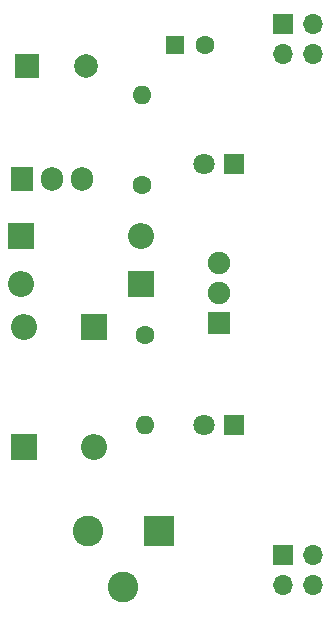
<source format=gts>
%TF.GenerationSoftware,KiCad,Pcbnew,5.1.10-88a1d61d58~88~ubuntu20.04.1*%
%TF.CreationDate,2021-07-24T20:23:26-03:00*%
%TF.ProjectId,002_Breadboard_Power_Supply,3030325f-4272-4656-9164-626f6172645f,V1*%
%TF.SameCoordinates,Original*%
%TF.FileFunction,Soldermask,Top*%
%TF.FilePolarity,Negative*%
%FSLAX46Y46*%
G04 Gerber Fmt 4.6, Leading zero omitted, Abs format (unit mm)*
G04 Created by KiCad (PCBNEW 5.1.10-88a1d61d58~88~ubuntu20.04.1) date 2021-07-24 20:23:26*
%MOMM*%
%LPD*%
G01*
G04 APERTURE LIST*
%ADD10R,2.000000X2.000000*%
%ADD11C,2.000000*%
%ADD12R,1.600000X1.600000*%
%ADD13C,1.600000*%
%ADD14R,2.200000X2.200000*%
%ADD15O,2.200000X2.200000*%
%ADD16R,1.800000X1.800000*%
%ADD17C,1.800000*%
%ADD18R,2.600000X2.600000*%
%ADD19C,2.600000*%
%ADD20R,1.700000X1.700000*%
%ADD21O,1.700000X1.700000*%
%ADD22O,1.600000X1.600000*%
%ADD23R,1.900000X1.900000*%
%ADD24C,1.900000*%
%ADD25R,1.905000X2.000000*%
%ADD26O,1.905000X2.000000*%
G04 APERTURE END LIST*
D10*
%TO.C,C1*%
X79883000Y-56515000D03*
D11*
X84883000Y-56515000D03*
%TD*%
D12*
%TO.C,C2*%
X92456000Y-54737000D03*
D13*
X94956000Y-54737000D03*
%TD*%
D14*
%TO.C,D1*%
X79375000Y-70866000D03*
D15*
X89535000Y-70866000D03*
%TD*%
%TO.C,D2*%
X79375000Y-74930000D03*
D14*
X89535000Y-74930000D03*
%TD*%
%TO.C,D3*%
X85598000Y-78613000D03*
D15*
X85598000Y-88773000D03*
%TD*%
%TO.C,D4*%
X79629000Y-78613000D03*
D14*
X79629000Y-88773000D03*
%TD*%
D16*
%TO.C,D5*%
X97414000Y-86868000D03*
D17*
X94874000Y-86868000D03*
%TD*%
%TO.C,D6*%
X94874000Y-64770000D03*
D16*
X97414000Y-64770000D03*
%TD*%
D18*
%TO.C,J1*%
X91059000Y-95885000D03*
D19*
X85059000Y-95885000D03*
X88059000Y-100585000D03*
%TD*%
D20*
%TO.C,J2*%
X101600000Y-52959000D03*
D21*
X104140000Y-52959000D03*
X101600000Y-55499000D03*
X104140000Y-55499000D03*
%TD*%
%TO.C,J3*%
X104140000Y-100457000D03*
X101600000Y-100457000D03*
X104140000Y-97917000D03*
D20*
X101600000Y-97917000D03*
%TD*%
D22*
%TO.C,R1*%
X89916000Y-86868000D03*
D13*
X89916000Y-79248000D03*
%TD*%
%TO.C,R2*%
X89662000Y-66548000D03*
D22*
X89662000Y-58928000D03*
%TD*%
D23*
%TO.C,SW1*%
X96139000Y-78199000D03*
D24*
X96139000Y-75699000D03*
X96139000Y-73199000D03*
%TD*%
D25*
%TO.C,U1*%
X79502000Y-66040000D03*
D26*
X82042000Y-66040000D03*
X84582000Y-66040000D03*
%TD*%
M02*

</source>
